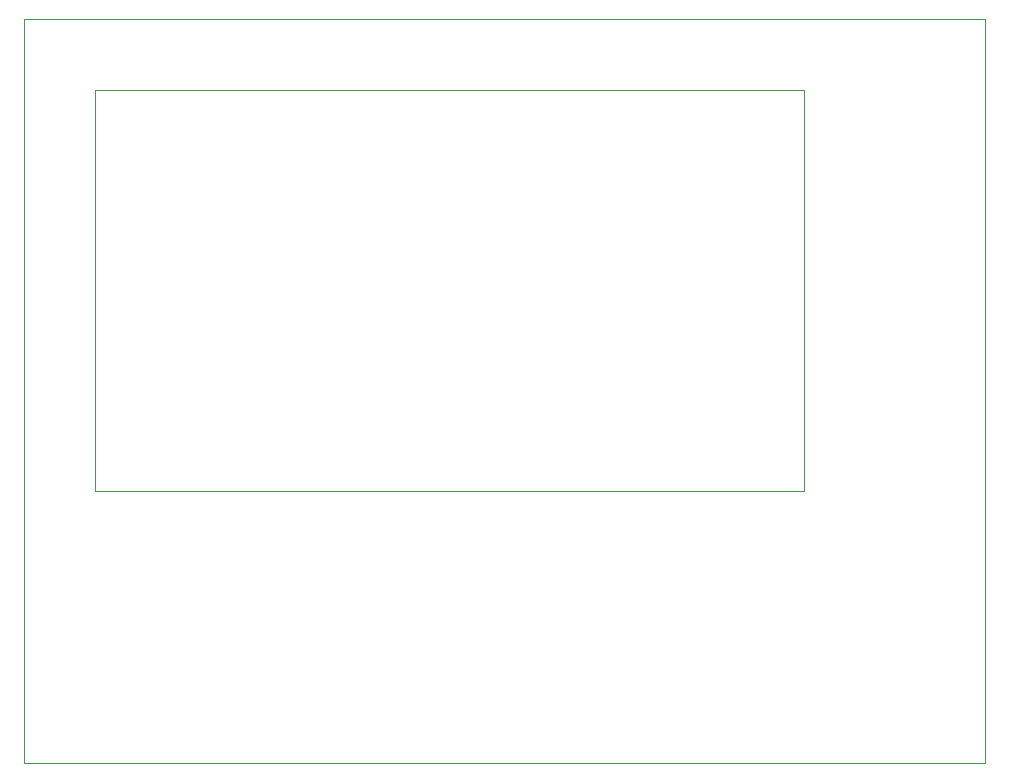
<source format=gbr>
%TF.GenerationSoftware,KiCad,Pcbnew,(5.1.7)-1*%
%TF.CreationDate,2021-12-31T12:19:26+00:00*%
%TF.ProjectId,ControlMenu-PCB,436f6e74-726f-46c4-9d65-6e752d504342,rev?*%
%TF.SameCoordinates,Original*%
%TF.FileFunction,Profile,NP*%
%FSLAX46Y46*%
G04 Gerber Fmt 4.6, Leading zero omitted, Abs format (unit mm)*
G04 Created by KiCad (PCBNEW (5.1.7)-1) date 2021-12-31 12:19:26*
%MOMM*%
%LPD*%
G01*
G04 APERTURE LIST*
%TA.AperFunction,Profile*%
%ADD10C,0.050000*%
%TD*%
G04 APERTURE END LIST*
D10*
X189090000Y-156880000D02*
X189090000Y-93880000D01*
X270420000Y-156880000D02*
X270420000Y-93880000D01*
X189090000Y-156880000D02*
X270420000Y-156880000D01*
X189090000Y-93880000D02*
X270420000Y-93880000D01*
X195090000Y-99880000D02*
X195090000Y-133880000D01*
X255090000Y-99880000D02*
X255090000Y-133880000D01*
X195090000Y-99880000D02*
X255090000Y-99880000D01*
X195090000Y-133880000D02*
X255090000Y-133880000D01*
M02*

</source>
